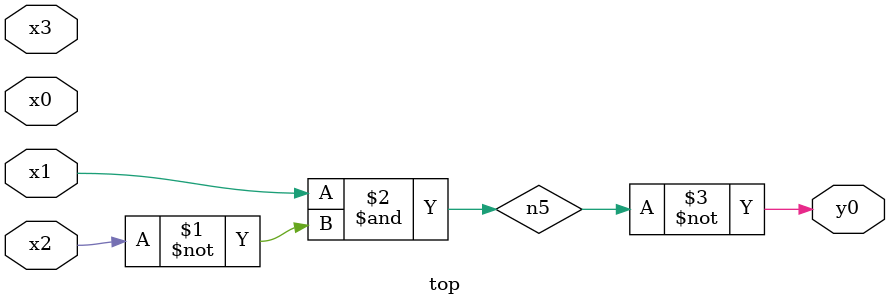
<source format=v>
module top( x0 , x1 , x2 , x3 , y0 );
  input x0 , x1 , x2 , x3 ;
  output y0 ;
  wire n5 ;
  assign n5 = x1 & ~x2 ;
  assign y0 = ~n5 ;
endmodule

</source>
